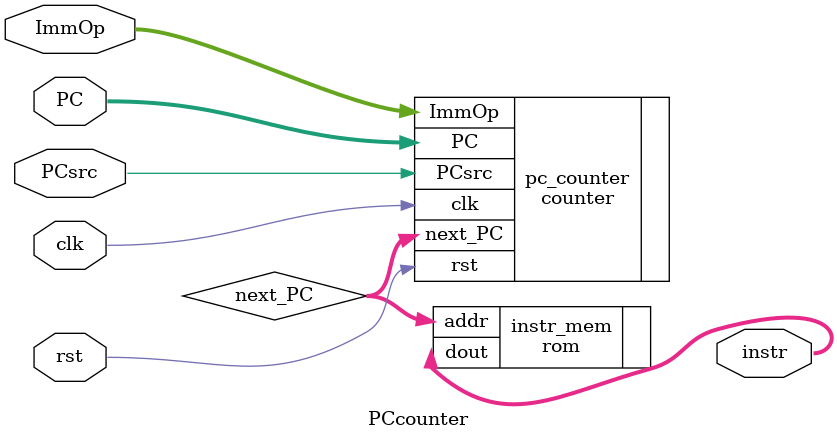
<source format=sv>
module PCcounter #(
    parameter WIDTH = 32 // the length of pc and imme
)(
    input logic clk,
    input logic rst,
    input logic [WIDTH-1:0] PC,
    input logic [WIDTH-1:0] ImmOp,
    input logic PCsrc,
    output logic [31:0] instr
);

logic [WIDTH-1:0] next_PC;

counter pc_counter(
  .clk(clk),
  .rst(rst),
  .PC(PC),
  .ImmOp(ImmOp),
  .PCsrc(PCsrc),
  .next_PC(next_PC)
);

rom instr_mem(
  .addr(next_PC),
  .dout(instr)
);

endmodule

</source>
